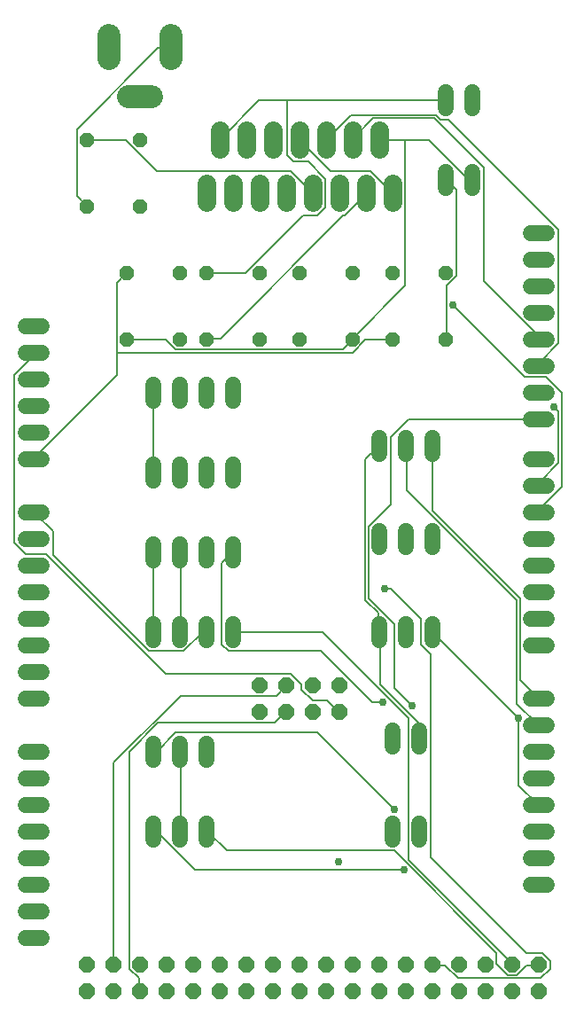
<source format=gbl>
G75*
%MOIN*%
%OFA0B0*%
%FSLAX25Y25*%
%IPPOS*%
%LPD*%
%AMOC8*
5,1,8,0,0,1.08239X$1,22.5*
%
%ADD10OC8,0.05200*%
%ADD11C,0.07087*%
%ADD12C,0.06000*%
%ADD13OC8,0.06000*%
%ADD14C,0.08600*%
%ADD15C,0.00600*%
%ADD16C,0.02978*%
D10*
X0050000Y0266250D03*
X0050000Y0291250D03*
X0055000Y0316250D03*
X0055000Y0341250D03*
X0035000Y0341250D03*
X0035000Y0316250D03*
X0070000Y0291250D03*
X0080000Y0291250D03*
X0080000Y0266250D03*
X0070000Y0266250D03*
X0100000Y0266250D03*
X0100000Y0291250D03*
X0115000Y0291250D03*
X0115000Y0266250D03*
X0135000Y0266250D03*
X0135000Y0291250D03*
X0150000Y0291250D03*
X0150000Y0266250D03*
X0170000Y0266250D03*
X0170000Y0291250D03*
D11*
X0150000Y0317707D02*
X0150000Y0324793D01*
X0145000Y0337707D02*
X0145000Y0344793D01*
X0135000Y0344793D02*
X0135000Y0337707D01*
X0130000Y0324793D02*
X0130000Y0317707D01*
X0140000Y0317707D02*
X0140000Y0324793D01*
X0125000Y0337707D02*
X0125000Y0344793D01*
X0115000Y0344793D02*
X0115000Y0337707D01*
X0110000Y0324793D02*
X0110000Y0317707D01*
X0100000Y0317707D02*
X0100000Y0324793D01*
X0095000Y0337707D02*
X0095000Y0344793D01*
X0085000Y0344793D02*
X0085000Y0337707D01*
X0080000Y0324793D02*
X0080000Y0317707D01*
X0090000Y0317707D02*
X0090000Y0324793D01*
X0105000Y0337707D02*
X0105000Y0344793D01*
X0120000Y0324793D02*
X0120000Y0317707D01*
D12*
X0018000Y0041250D02*
X0012000Y0041250D01*
X0012000Y0051250D02*
X0018000Y0051250D01*
X0018000Y0061250D02*
X0012000Y0061250D01*
X0012000Y0071250D02*
X0018000Y0071250D01*
X0018000Y0081250D02*
X0012000Y0081250D01*
X0012000Y0091250D02*
X0018000Y0091250D01*
X0018000Y0101250D02*
X0012000Y0101250D01*
X0012000Y0111250D02*
X0018000Y0111250D01*
X0018000Y0131250D02*
X0012000Y0131250D01*
X0012000Y0141250D02*
X0018000Y0141250D01*
X0018000Y0151250D02*
X0012000Y0151250D01*
X0012000Y0161250D02*
X0018000Y0161250D01*
X0018000Y0171250D02*
X0012000Y0171250D01*
X0012000Y0181250D02*
X0018000Y0181250D01*
X0018000Y0191250D02*
X0012000Y0191250D01*
X0012000Y0201250D02*
X0018000Y0201250D01*
X0018000Y0221250D02*
X0012000Y0221250D01*
X0012000Y0231250D02*
X0018000Y0231250D01*
X0018000Y0241250D02*
X0012000Y0241250D01*
X0012000Y0251250D02*
X0018000Y0251250D01*
X0018000Y0261250D02*
X0012000Y0261250D01*
X0012000Y0271250D02*
X0018000Y0271250D01*
X0060000Y0249250D02*
X0060000Y0243250D01*
X0070000Y0243250D02*
X0070000Y0249250D01*
X0080000Y0249250D02*
X0080000Y0243250D01*
X0090000Y0243250D02*
X0090000Y0249250D01*
X0090000Y0219250D02*
X0090000Y0213250D01*
X0080000Y0213250D02*
X0080000Y0219250D01*
X0070000Y0219250D02*
X0070000Y0213250D01*
X0060000Y0213250D02*
X0060000Y0219250D01*
X0060000Y0189250D02*
X0060000Y0183250D01*
X0070000Y0183250D02*
X0070000Y0189250D01*
X0080000Y0189250D02*
X0080000Y0183250D01*
X0090000Y0183250D02*
X0090000Y0189250D01*
X0090000Y0159250D02*
X0090000Y0153250D01*
X0080000Y0153250D02*
X0080000Y0159250D01*
X0070000Y0159250D02*
X0070000Y0153250D01*
X0060000Y0153250D02*
X0060000Y0159250D01*
X0060000Y0114250D02*
X0060000Y0108250D01*
X0070000Y0108250D02*
X0070000Y0114250D01*
X0080000Y0114250D02*
X0080000Y0108250D01*
X0080000Y0084250D02*
X0080000Y0078250D01*
X0070000Y0078250D02*
X0070000Y0084250D01*
X0060000Y0084250D02*
X0060000Y0078250D01*
X0145000Y0153250D02*
X0145000Y0159250D01*
X0155000Y0159250D02*
X0155000Y0153250D01*
X0165000Y0153250D02*
X0165000Y0159250D01*
X0165000Y0188250D02*
X0165000Y0194250D01*
X0155000Y0194250D02*
X0155000Y0188250D01*
X0145000Y0188250D02*
X0145000Y0194250D01*
X0145000Y0223250D02*
X0145000Y0229250D01*
X0155000Y0229250D02*
X0155000Y0223250D01*
X0165000Y0223250D02*
X0165000Y0229250D01*
X0202000Y0236250D02*
X0208000Y0236250D01*
X0208000Y0246250D02*
X0202000Y0246250D01*
X0202000Y0256250D02*
X0208000Y0256250D01*
X0208000Y0266250D02*
X0202000Y0266250D01*
X0202000Y0276250D02*
X0208000Y0276250D01*
X0208000Y0286250D02*
X0202000Y0286250D01*
X0202000Y0296250D02*
X0208000Y0296250D01*
X0208000Y0306250D02*
X0202000Y0306250D01*
X0180000Y0323250D02*
X0180000Y0329250D01*
X0170000Y0329250D02*
X0170000Y0323250D01*
X0170000Y0353250D02*
X0170000Y0359250D01*
X0180000Y0359250D02*
X0180000Y0353250D01*
X0202000Y0221250D02*
X0208000Y0221250D01*
X0208000Y0211250D02*
X0202000Y0211250D01*
X0202000Y0201250D02*
X0208000Y0201250D01*
X0208000Y0191250D02*
X0202000Y0191250D01*
X0202000Y0181250D02*
X0208000Y0181250D01*
X0208000Y0171250D02*
X0202000Y0171250D01*
X0202000Y0161250D02*
X0208000Y0161250D01*
X0208000Y0151250D02*
X0202000Y0151250D01*
X0202000Y0131250D02*
X0208000Y0131250D01*
X0208000Y0121250D02*
X0202000Y0121250D01*
X0202000Y0111250D02*
X0208000Y0111250D01*
X0208000Y0101250D02*
X0202000Y0101250D01*
X0202000Y0091250D02*
X0208000Y0091250D01*
X0208000Y0081250D02*
X0202000Y0081250D01*
X0202000Y0071250D02*
X0208000Y0071250D01*
X0208000Y0061250D02*
X0202000Y0061250D01*
X0160000Y0078250D02*
X0160000Y0084250D01*
X0150000Y0084250D02*
X0150000Y0078250D01*
X0150000Y0113250D02*
X0150000Y0119250D01*
X0160000Y0119250D02*
X0160000Y0113250D01*
D13*
X0130000Y0126250D03*
X0130000Y0136250D03*
X0120000Y0136250D03*
X0120000Y0126250D03*
X0110000Y0126250D03*
X0110000Y0136250D03*
X0100000Y0136250D03*
X0100000Y0126250D03*
X0095000Y0031250D03*
X0095000Y0021250D03*
X0085000Y0021250D03*
X0085000Y0031250D03*
X0075000Y0031250D03*
X0075000Y0021250D03*
X0065000Y0021250D03*
X0065000Y0031250D03*
X0055000Y0031250D03*
X0055000Y0021250D03*
X0045000Y0021250D03*
X0045000Y0031250D03*
X0035000Y0031250D03*
X0035000Y0021250D03*
X0105000Y0021250D03*
X0105000Y0031250D03*
X0115000Y0031250D03*
X0115000Y0021250D03*
X0125000Y0021250D03*
X0125000Y0031250D03*
X0135000Y0031250D03*
X0135000Y0021250D03*
X0145000Y0021250D03*
X0145000Y0031250D03*
X0155000Y0031250D03*
X0155000Y0021250D03*
X0165000Y0021250D03*
X0165000Y0031250D03*
X0175000Y0031250D03*
X0175000Y0021250D03*
X0185000Y0021250D03*
X0185000Y0031250D03*
X0195000Y0031250D03*
X0195000Y0021250D03*
X0205000Y0021250D03*
X0205000Y0031250D03*
D14*
X0059300Y0357352D02*
X0050700Y0357352D01*
X0043189Y0371950D02*
X0043189Y0380550D01*
X0066811Y0380550D02*
X0066811Y0371950D01*
D15*
X0066600Y0375850D02*
X0066811Y0376250D01*
X0066600Y0375850D02*
X0061800Y0375850D01*
X0031200Y0345250D01*
X0031200Y0320050D01*
X0035000Y0316250D01*
X0035400Y0341050D02*
X0035000Y0341250D01*
X0035400Y0341050D02*
X0049800Y0341050D01*
X0061200Y0329650D01*
X0111600Y0329650D01*
X0120000Y0321250D01*
X0124800Y0315850D02*
X0121800Y0312850D01*
X0116400Y0312850D01*
X0094800Y0291250D01*
X0080000Y0291250D01*
X0080400Y0266650D02*
X0080000Y0266250D01*
X0080400Y0266650D02*
X0085200Y0266650D01*
X0131400Y0312850D01*
X0132000Y0312850D01*
X0140400Y0321250D01*
X0140000Y0321250D01*
X0141600Y0329650D02*
X0150000Y0321250D01*
X0141600Y0329650D02*
X0126600Y0329650D01*
X0115000Y0341250D01*
X0110400Y0335650D02*
X0110400Y0356050D01*
X0169800Y0356050D01*
X0170000Y0356250D01*
X0166200Y0350650D02*
X0168000Y0348850D01*
X0171000Y0348850D01*
X0212400Y0307450D01*
X0212400Y0264850D01*
X0205200Y0257650D01*
X0205200Y0256450D01*
X0205000Y0256250D01*
X0207600Y0252250D02*
X0199800Y0252250D01*
X0172800Y0279250D01*
X0170400Y0286450D02*
X0174000Y0290050D01*
X0174000Y0322450D01*
X0170400Y0326050D01*
X0170000Y0326250D01*
X0178200Y0326650D02*
X0163800Y0341050D01*
X0154800Y0341050D01*
X0154800Y0286450D01*
X0135000Y0266650D01*
X0135000Y0266250D01*
X0135000Y0266050D01*
X0131400Y0262450D01*
X0068400Y0262450D01*
X0064800Y0266050D01*
X0050400Y0266050D01*
X0050000Y0266250D01*
X0046200Y0261250D02*
X0135000Y0261250D01*
X0139800Y0266050D01*
X0150000Y0266050D01*
X0150000Y0266250D01*
X0156000Y0236050D02*
X0149400Y0229450D01*
X0149400Y0204250D01*
X0141000Y0195850D01*
X0141000Y0168850D01*
X0150600Y0159250D01*
X0150600Y0135250D01*
X0157200Y0128650D01*
X0156000Y0123850D02*
X0156000Y0070450D01*
X0195000Y0031450D01*
X0195000Y0031250D01*
X0193200Y0027250D02*
X0189000Y0031450D01*
X0189000Y0035650D01*
X0150600Y0074050D01*
X0087600Y0074050D01*
X0080400Y0081250D01*
X0080000Y0081250D01*
X0070200Y0081250D02*
X0070000Y0081250D01*
X0070200Y0081250D02*
X0070200Y0111250D01*
X0070000Y0111250D01*
X0068400Y0118450D02*
X0121800Y0118450D01*
X0150600Y0089650D01*
X0154200Y0066850D02*
X0075600Y0066850D01*
X0061200Y0081250D01*
X0060000Y0081250D01*
X0045000Y0107050D02*
X0070200Y0132250D01*
X0106200Y0132250D01*
X0109800Y0135850D01*
X0110000Y0136250D01*
X0111600Y0140650D02*
X0115800Y0136450D01*
X0115800Y0134650D01*
X0120000Y0130450D01*
X0125400Y0130450D01*
X0129600Y0126250D01*
X0130000Y0126250D01*
X0142200Y0129850D02*
X0123000Y0149050D01*
X0088200Y0149050D01*
X0085800Y0151450D01*
X0085800Y0182050D01*
X0090000Y0186250D01*
X0090000Y0156250D02*
X0123600Y0156250D01*
X0156000Y0123850D01*
X0159600Y0122050D02*
X0159600Y0116650D01*
X0160000Y0116250D01*
X0159600Y0122050D02*
X0145200Y0136450D01*
X0145200Y0156250D01*
X0145000Y0156250D01*
X0144600Y0156250D01*
X0144600Y0163450D01*
X0139800Y0168250D01*
X0139800Y0221050D01*
X0145000Y0226250D01*
X0155000Y0226250D02*
X0155400Y0225850D01*
X0155400Y0209650D01*
X0196800Y0168250D01*
X0196800Y0129250D01*
X0204600Y0121450D01*
X0205000Y0121250D01*
X0197400Y0123850D02*
X0165000Y0156250D01*
X0160800Y0151450D02*
X0164400Y0147850D01*
X0164400Y0071650D01*
X0200400Y0035650D01*
X0206400Y0035650D01*
X0209400Y0032650D01*
X0209400Y0029650D01*
X0205800Y0026050D01*
X0174600Y0026050D01*
X0169800Y0030850D01*
X0165000Y0030850D01*
X0165000Y0031250D01*
X0193200Y0027250D02*
X0196800Y0027250D01*
X0200400Y0030850D01*
X0204600Y0030850D01*
X0205000Y0031250D01*
X0205000Y0091250D02*
X0204600Y0091450D01*
X0197400Y0098650D01*
X0197400Y0123850D01*
X0205000Y0131250D02*
X0198000Y0138250D01*
X0198000Y0168850D01*
X0165000Y0201850D01*
X0165000Y0226250D01*
X0156000Y0236050D02*
X0204600Y0236050D01*
X0205000Y0236250D01*
X0210600Y0240850D02*
X0212400Y0239050D01*
X0212400Y0219850D01*
X0205200Y0212650D01*
X0205200Y0211450D01*
X0205000Y0211250D01*
X0213600Y0210850D02*
X0205200Y0202450D01*
X0205200Y0201250D01*
X0205000Y0201250D01*
X0213600Y0210850D02*
X0213600Y0246250D01*
X0207600Y0252250D01*
X0205000Y0266250D02*
X0204600Y0266650D01*
X0204600Y0267850D01*
X0184200Y0288250D01*
X0184200Y0330850D01*
X0165600Y0349450D01*
X0142800Y0349450D01*
X0135000Y0341650D01*
X0135000Y0341250D01*
X0134400Y0350650D02*
X0125000Y0341250D01*
X0118200Y0333250D02*
X0112800Y0333250D01*
X0110400Y0335650D01*
X0118200Y0333250D02*
X0124800Y0326650D01*
X0124800Y0315850D01*
X0134400Y0350650D02*
X0166200Y0350650D01*
X0154800Y0341050D02*
X0145200Y0341050D01*
X0145000Y0341250D01*
X0170400Y0286450D02*
X0170400Y0266650D01*
X0170000Y0266250D01*
X0180000Y0326250D02*
X0180000Y0326650D01*
X0178200Y0326650D01*
X0110400Y0356050D02*
X0099600Y0356050D01*
X0085200Y0341650D01*
X0085000Y0341250D01*
X0050000Y0291250D02*
X0049800Y0291250D01*
X0046200Y0287650D01*
X0046200Y0261250D01*
X0046200Y0252850D01*
X0015000Y0221650D01*
X0015000Y0221250D01*
X0015000Y0201250D02*
X0022200Y0194050D01*
X0022200Y0185050D01*
X0058200Y0149050D01*
X0071400Y0149050D01*
X0078600Y0156250D01*
X0080000Y0156250D01*
X0070200Y0156250D02*
X0070000Y0156250D01*
X0070200Y0156250D02*
X0070200Y0186250D01*
X0070000Y0186250D01*
X0060000Y0186250D02*
X0060000Y0156250D01*
X0064800Y0140650D02*
X0111600Y0140650D01*
X0110000Y0126250D02*
X0109800Y0126250D01*
X0105600Y0122050D01*
X0061800Y0122050D01*
X0051000Y0111250D01*
X0051000Y0029650D01*
X0054600Y0026050D01*
X0054600Y0021250D01*
X0055000Y0021250D01*
X0045000Y0031250D02*
X0045000Y0107050D01*
X0060000Y0111250D02*
X0061200Y0111250D01*
X0068400Y0118450D01*
X0064800Y0140650D02*
X0019800Y0185650D01*
X0012000Y0185650D01*
X0007800Y0189850D01*
X0007800Y0252850D01*
X0015000Y0260050D01*
X0015000Y0261250D01*
X0060000Y0246250D02*
X0060000Y0216250D01*
X0142200Y0129850D02*
X0146400Y0129850D01*
X0160800Y0151450D02*
X0160800Y0161050D01*
X0149400Y0172450D01*
X0147000Y0172450D01*
D16*
X0147000Y0172450D03*
X0146400Y0129850D03*
X0157200Y0128650D03*
X0150600Y0089650D03*
X0154200Y0066850D03*
X0129600Y0069850D03*
X0197400Y0123850D03*
X0210600Y0240850D03*
X0172800Y0279250D03*
M02*

</source>
